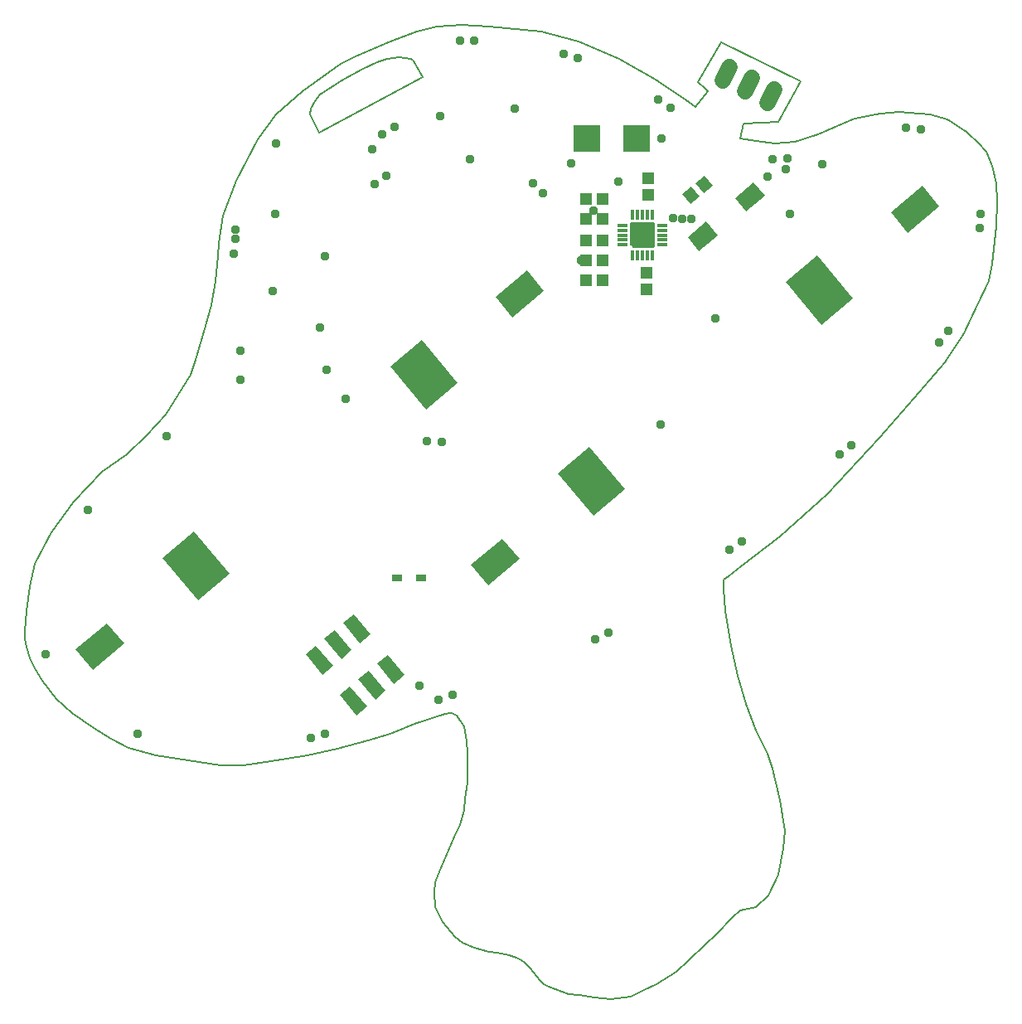
<source format=gbs>
G04 EAGLE Gerber RS-274X export*
G75*
%MOMM*%
%FSLAX34Y34*%
%LPD*%
%INSolder Mask bottom*%
%IPPOS*%
%AMOC8*
5,1,8,0,0,1.08239X$1,22.5*%
G01*
%ADD10C,0.152400*%
%ADD11R,1.050000X0.350000*%
%ADD12R,0.350000X1.050000*%
%ADD13R,2.703200X4.203200*%
%ADD14R,5.703200X4.203200*%
%ADD15R,1.203200X1.303200*%
%ADD16R,1.303200X1.203200*%
%ADD17R,2.753200X2.703200*%
%ADD18R,2.503200X1.803200*%
%ADD19C,1.727200*%
%ADD20R,1.003200X0.803200*%
%ADD21R,1.403200X2.703200*%
%ADD22C,0.959600*%

G36*
X644918Y769705D02*
X644918Y769705D01*
X644943Y769702D01*
X645038Y769725D01*
X645135Y769740D01*
X645156Y769752D01*
X645180Y769758D01*
X645264Y769809D01*
X645350Y769855D01*
X645367Y769873D01*
X645388Y769886D01*
X645450Y769962D01*
X645517Y770034D01*
X645527Y770056D01*
X645543Y770075D01*
X645577Y770166D01*
X645618Y770256D01*
X645620Y770280D01*
X645629Y770303D01*
X645643Y770450D01*
X645643Y794450D01*
X645641Y794465D01*
X645642Y794475D01*
X645640Y794482D01*
X645642Y794499D01*
X645620Y794594D01*
X645604Y794691D01*
X645592Y794712D01*
X645586Y794736D01*
X645535Y794820D01*
X645489Y794906D01*
X645471Y794923D01*
X645458Y794944D01*
X645382Y795006D01*
X645311Y795073D01*
X645288Y795083D01*
X645269Y795099D01*
X645178Y795133D01*
X645088Y795174D01*
X645064Y795176D01*
X645041Y795185D01*
X644894Y795199D01*
X620894Y795199D01*
X620870Y795195D01*
X620845Y795198D01*
X620750Y795176D01*
X620653Y795160D01*
X620632Y795148D01*
X620608Y795142D01*
X620524Y795091D01*
X620438Y795045D01*
X620421Y795027D01*
X620400Y795014D01*
X620338Y794938D01*
X620271Y794867D01*
X620261Y794844D01*
X620246Y794825D01*
X620211Y794734D01*
X620170Y794644D01*
X620168Y794620D01*
X620159Y794597D01*
X620145Y794450D01*
X620145Y772950D01*
X620159Y772861D01*
X620166Y772772D01*
X620179Y772742D01*
X620184Y772709D01*
X620227Y772630D01*
X620262Y772547D01*
X620284Y772523D01*
X620299Y772494D01*
X620365Y772433D01*
X620425Y772366D01*
X620454Y772350D01*
X620478Y772327D01*
X620559Y772290D01*
X620638Y772246D01*
X620681Y772235D01*
X620700Y772226D01*
X620723Y772224D01*
X620781Y772209D01*
X621327Y772126D01*
X621748Y771946D01*
X622110Y771666D01*
X622390Y771304D01*
X622570Y770883D01*
X622653Y770337D01*
X622681Y770251D01*
X622702Y770164D01*
X622719Y770136D01*
X622729Y770105D01*
X622783Y770033D01*
X622830Y769956D01*
X622856Y769936D01*
X622875Y769909D01*
X622949Y769859D01*
X623019Y769802D01*
X623049Y769790D01*
X623076Y769771D01*
X623163Y769747D01*
X623247Y769715D01*
X623292Y769711D01*
X623311Y769705D01*
X623335Y769707D01*
X623394Y769701D01*
X644894Y769701D01*
X644918Y769705D01*
G37*
D10*
X201930Y241300D02*
X135890Y251460D01*
X107950Y259080D01*
X90170Y267970D01*
X72390Y279400D01*
X50800Y294640D01*
X34290Y308610D01*
X20320Y327660D01*
X12700Y340360D01*
X7620Y350520D01*
X3810Y361950D01*
X2540Y369570D01*
X2540Y378460D01*
X3810Y398780D01*
X7620Y424180D01*
X12700Y447040D01*
X29210Y478790D01*
X52070Y510540D01*
X81280Y541020D01*
X106680Y558800D01*
X127000Y577850D01*
X146050Y599440D01*
X171450Y640080D01*
X176530Y655320D01*
X186690Y689610D01*
X193040Y711200D01*
X196850Y735330D01*
X199390Y760730D01*
X200660Y774700D01*
X204470Y802640D01*
X218440Y838200D01*
X240030Y880110D01*
X259080Y905510D01*
X285750Y929640D01*
X325120Y957580D01*
X340360Y965200D01*
X375920Y980440D01*
X402590Y990600D01*
X422910Y995680D01*
X448310Y996950D01*
X476250Y995680D01*
X529590Y990600D01*
X567690Y980440D01*
X609600Y962660D01*
X646430Y941070D01*
X680720Y918210D01*
X732790Y881380D02*
X749300Y878840D01*
X768350Y876300D01*
X788670Y877570D01*
X812800Y885190D01*
X838200Y896620D01*
X849630Y901700D01*
X876300Y906780D01*
X895350Y908050D01*
X927100Y905510D01*
X944880Y900430D01*
X963930Y887730D01*
X976630Y876300D01*
X984250Y867410D01*
X990600Y853440D01*
X994410Y835660D01*
X995680Y816610D01*
X994410Y791210D01*
X990600Y753110D01*
X986790Y735330D01*
X975360Y711200D01*
X961390Y681990D01*
X942340Y652780D01*
X915670Y622300D01*
X875030Y575310D01*
X821690Y518160D01*
X773430Y474980D01*
X734060Y444500D01*
X721360Y434340D01*
X716280Y430530D01*
X716280Y421640D01*
X717550Y398780D01*
X723900Y363220D01*
X730250Y332740D01*
X739140Y303530D01*
X749300Y276860D01*
X760730Y252730D01*
X765810Y237490D01*
X769620Y223520D01*
X773430Y205740D01*
X778510Y173990D01*
X777240Y156210D01*
X772160Y129540D01*
X762000Y107950D01*
X749300Y96520D01*
X732790Y92710D01*
X725170Y86360D01*
X708660Y68580D01*
X697230Y58420D01*
X680720Y41910D01*
X668020Y30480D01*
X654050Y21590D01*
X647700Y17780D01*
X635000Y11430D01*
X621030Y5080D01*
X600710Y2540D01*
X584200Y3810D01*
X568960Y6350D01*
X557530Y7620D01*
X537210Y15240D01*
X532130Y17780D01*
X528320Y21590D01*
X521970Y29210D01*
X518160Y34290D01*
X513080Y39370D01*
X509270Y41910D01*
X504190Y44450D01*
X496570Y46990D01*
X485140Y49530D01*
X476250Y50800D01*
X461010Y54610D01*
X449580Y59690D01*
X441960Y66040D01*
X429260Y81280D01*
X421640Y96520D01*
X420370Y111760D01*
X421640Y121920D01*
X426720Y134620D01*
X441960Y170180D01*
X447040Y180340D01*
X450850Y195580D01*
X452120Y207010D01*
X454660Y223520D01*
X454660Y254000D01*
X453390Y265430D01*
X450850Y280670D01*
X447040Y287020D01*
X443230Y292100D01*
X438150Y294640D01*
X436880Y294640D01*
X431800Y293370D01*
X400050Y283210D01*
X375920Y273050D01*
X353060Y266700D01*
X321310Y257810D01*
X290830Y251460D01*
X254000Y245110D01*
X226060Y241300D01*
X201930Y241300D01*
X303530Y925830D02*
X327660Y941070D01*
X347980Y952500D01*
X361950Y958850D01*
X372110Y962660D01*
X384810Y963930D01*
X396240Y962660D01*
X398780Y961390D01*
X408686Y944118D01*
X303276Y886968D01*
X293370Y905510D01*
X294640Y911860D01*
X298450Y919480D01*
X303530Y925830D01*
X736600Y896620D02*
X772160Y897890D01*
X697230Y932180D02*
X689610Y938530D01*
X713740Y979170D01*
X795020Y939800D01*
X772160Y897890D01*
X687070Y913130D02*
X680720Y918210D01*
X687070Y913130D02*
X699770Y929640D01*
X697230Y932180D01*
X736600Y896620D02*
X732790Y881380D01*
D11*
X612394Y772450D03*
X612394Y777450D03*
X612394Y782450D03*
X612394Y787450D03*
X612394Y792450D03*
D12*
X622894Y802950D03*
X627894Y802950D03*
X632894Y802950D03*
X637894Y802950D03*
X642894Y802950D03*
D11*
X653394Y792450D03*
X653394Y787450D03*
X653394Y782450D03*
X653394Y777450D03*
X653394Y772450D03*
D12*
X642894Y761950D03*
X637894Y761950D03*
X632894Y761950D03*
X627894Y761950D03*
X622894Y761950D03*
D13*
G36*
X71467Y338447D02*
X54091Y359155D01*
X86289Y386171D01*
X103665Y365463D01*
X71467Y338447D01*
G37*
D14*
G36*
X179238Y409298D02*
X142580Y452986D01*
X174778Y480004D01*
X211436Y436316D01*
X179238Y409298D01*
G37*
G36*
X407502Y675282D02*
X444160Y631594D01*
X411962Y604576D01*
X375304Y648264D01*
X407502Y675282D01*
G37*
D13*
G36*
X515273Y746133D02*
X532649Y725425D01*
X500451Y698409D01*
X483075Y719117D01*
X515273Y746133D01*
G37*
G36*
X475327Y424807D02*
X457951Y445515D01*
X490149Y472531D01*
X507525Y451823D01*
X475327Y424807D01*
G37*
D14*
G36*
X583098Y495658D02*
X546440Y539346D01*
X578638Y566364D01*
X615296Y522676D01*
X583098Y495658D01*
G37*
G36*
X811362Y761642D02*
X848020Y717954D01*
X815822Y690936D01*
X779164Y734624D01*
X811362Y761642D01*
G37*
D13*
G36*
X919133Y832493D02*
X936509Y811785D01*
X904311Y784769D01*
X886935Y805477D01*
X919133Y832493D01*
G37*
D15*
X592700Y819150D03*
X575700Y819150D03*
X592700Y798830D03*
X575700Y798830D03*
X592700Y777240D03*
X575700Y777240D03*
X592700Y756920D03*
X575700Y756920D03*
X592700Y736600D03*
X575700Y736600D03*
D16*
X637540Y743830D03*
X637540Y726830D03*
D15*
X638810Y823350D03*
X638810Y840350D03*
D17*
X627230Y881380D03*
X576730Y881380D03*
D18*
G36*
X679307Y779984D02*
X698482Y796073D01*
X710073Y782260D01*
X690898Y766171D01*
X679307Y779984D01*
G37*
G36*
X727567Y820480D02*
X746742Y836569D01*
X758333Y822756D01*
X739158Y806667D01*
X727567Y820480D01*
G37*
D19*
X761011Y917837D02*
X767811Y931476D01*
X745080Y942809D02*
X738280Y929171D01*
X715549Y940504D02*
X722349Y954143D01*
D20*
X407216Y432308D03*
X382216Y432308D03*
D15*
G36*
X691641Y821960D02*
X682425Y814226D01*
X674049Y824208D01*
X683265Y831942D01*
X691641Y821960D01*
G37*
G36*
X704663Y832888D02*
X695447Y825154D01*
X687071Y835136D01*
X696287Y842870D01*
X704663Y832888D01*
G37*
D21*
G36*
X362042Y344892D02*
X372791Y353911D01*
X390166Y333204D01*
X379417Y324185D01*
X362042Y344892D01*
G37*
G36*
X342891Y328823D02*
X353640Y337842D01*
X371015Y317135D01*
X360266Y308116D01*
X342891Y328823D01*
G37*
G36*
X323740Y312753D02*
X334489Y321772D01*
X351864Y301065D01*
X341115Y292046D01*
X323740Y312753D01*
G37*
G36*
X289030Y354120D02*
X299779Y363139D01*
X317154Y342432D01*
X306405Y333413D01*
X289030Y354120D01*
G37*
G36*
X308181Y370189D02*
X318930Y379208D01*
X336305Y358501D01*
X325556Y349482D01*
X308181Y370189D01*
G37*
G36*
X327332Y386259D02*
X338081Y395278D01*
X355456Y374571D01*
X344707Y365552D01*
X327332Y386259D01*
G37*
D22*
X707392Y697232D03*
X405332Y322580D03*
X255270Y725170D03*
X576580Y881380D03*
X356870Y869950D03*
X426720Y904240D03*
X502920Y911860D03*
X789940Y734060D03*
X783590Y803910D03*
X816610Y854710D03*
X651510Y589280D03*
X257810Y803910D03*
X359250Y834865D03*
X456554Y859546D03*
X413332Y571668D03*
X722243Y461137D03*
X917505Y890227D03*
X978879Y804220D03*
X582899Y807751D03*
X652388Y880748D03*
X760730Y842010D03*
X598050Y376808D03*
X330324Y615082D03*
X303401Y687746D03*
X117706Y273272D03*
X294302Y269228D03*
X439332Y312633D03*
X309090Y760887D03*
X428308Y570814D03*
X446516Y980756D03*
X380194Y893024D03*
X521027Y835407D03*
X258550Y875756D03*
X570548Y756541D03*
X215561Y763585D03*
X67068Y502046D03*
X371802Y843079D03*
X846672Y567611D03*
X936160Y672843D03*
X217366Y788386D03*
X367310Y885344D03*
X461516Y980756D03*
X552843Y967294D03*
X608330Y836930D03*
X147485Y576784D03*
X560070Y855980D03*
X217623Y778443D03*
X531689Y824857D03*
X649343Y920644D03*
X780923Y860822D03*
X567173Y962858D03*
X902607Y891977D03*
X977885Y789252D03*
X637540Y726830D03*
X308838Y272932D03*
X425140Y307775D03*
X23244Y354787D03*
X222250Y664094D03*
X584638Y370092D03*
X734765Y469395D03*
X945104Y684885D03*
X834932Y558273D03*
X765941Y860090D03*
X661705Y912148D03*
X779874Y850115D03*
X310231Y644834D03*
X222250Y635000D03*
X664210Y800100D03*
X673806Y798830D03*
X683402Y798830D03*
X695867Y834012D03*
M02*

</source>
